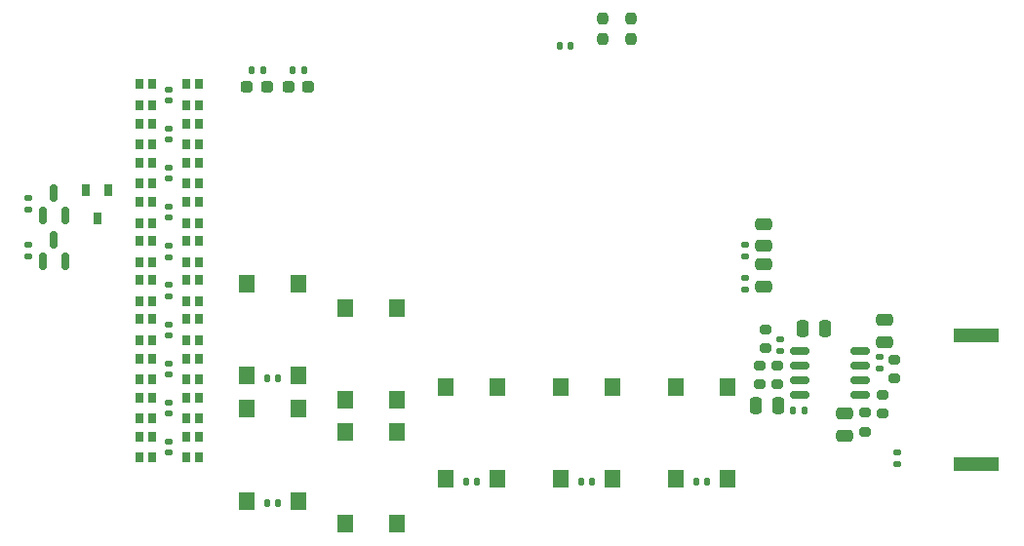
<source format=gbr>
%TF.GenerationSoftware,KiCad,Pcbnew,(6.0.11)*%
%TF.CreationDate,2024-02-29T08:25:03+09:00*%
%TF.ProjectId,Mother_UI,4d6f7468-6572-45f5-9549-2e6b69636164,rev?*%
%TF.SameCoordinates,Original*%
%TF.FileFunction,Paste,Top*%
%TF.FilePolarity,Positive*%
%FSLAX46Y46*%
G04 Gerber Fmt 4.6, Leading zero omitted, Abs format (unit mm)*
G04 Created by KiCad (PCBNEW (6.0.11)) date 2024-02-29 08:25:03*
%MOMM*%
%LPD*%
G01*
G04 APERTURE LIST*
G04 Aperture macros list*
%AMRoundRect*
0 Rectangle with rounded corners*
0 $1 Rounding radius*
0 $2 $3 $4 $5 $6 $7 $8 $9 X,Y pos of 4 corners*
0 Add a 4 corners polygon primitive as box body*
4,1,4,$2,$3,$4,$5,$6,$7,$8,$9,$2,$3,0*
0 Add four circle primitives for the rounded corners*
1,1,$1+$1,$2,$3*
1,1,$1+$1,$4,$5*
1,1,$1+$1,$6,$7*
1,1,$1+$1,$8,$9*
0 Add four rect primitives between the rounded corners*
20,1,$1+$1,$2,$3,$4,$5,0*
20,1,$1+$1,$4,$5,$6,$7,0*
20,1,$1+$1,$6,$7,$8,$9,0*
20,1,$1+$1,$8,$9,$2,$3,0*%
G04 Aperture macros list end*
%ADD10RoundRect,0.250000X-0.250000X-0.475000X0.250000X-0.475000X0.250000X0.475000X-0.250000X0.475000X0*%
%ADD11RoundRect,0.200000X-0.275000X0.200000X-0.275000X-0.200000X0.275000X-0.200000X0.275000X0.200000X0*%
%ADD12R,1.400000X1.600000*%
%ADD13RoundRect,0.140000X0.170000X-0.140000X0.170000X0.140000X-0.170000X0.140000X-0.170000X-0.140000X0*%
%ADD14R,4.000000X1.200000*%
%ADD15RoundRect,0.250000X-0.475000X0.250000X-0.475000X-0.250000X0.475000X-0.250000X0.475000X0.250000X0*%
%ADD16RoundRect,0.200000X0.275000X-0.200000X0.275000X0.200000X-0.275000X0.200000X-0.275000X-0.200000X0*%
%ADD17R,0.700000X0.900000*%
%ADD18RoundRect,0.135000X0.185000X-0.135000X0.185000X0.135000X-0.185000X0.135000X-0.185000X-0.135000X0*%
%ADD19RoundRect,0.135000X0.135000X0.185000X-0.135000X0.185000X-0.135000X-0.185000X0.135000X-0.185000X0*%
%ADD20RoundRect,0.140000X0.140000X0.170000X-0.140000X0.170000X-0.140000X-0.170000X0.140000X-0.170000X0*%
%ADD21RoundRect,0.140000X-0.140000X-0.170000X0.140000X-0.170000X0.140000X0.170000X-0.140000X0.170000X0*%
%ADD22RoundRect,0.250000X0.250000X0.475000X-0.250000X0.475000X-0.250000X-0.475000X0.250000X-0.475000X0*%
%ADD23RoundRect,0.237500X-0.287500X-0.237500X0.287500X-0.237500X0.287500X0.237500X-0.287500X0.237500X0*%
%ADD24RoundRect,0.135000X-0.135000X-0.185000X0.135000X-0.185000X0.135000X0.185000X-0.135000X0.185000X0*%
%ADD25RoundRect,0.237500X-0.237500X0.250000X-0.237500X-0.250000X0.237500X-0.250000X0.237500X0.250000X0*%
%ADD26RoundRect,0.150000X0.150000X-0.587500X0.150000X0.587500X-0.150000X0.587500X-0.150000X-0.587500X0*%
%ADD27RoundRect,0.237500X0.287500X0.237500X-0.287500X0.237500X-0.287500X-0.237500X0.287500X-0.237500X0*%
%ADD28R,0.700000X1.000000*%
%ADD29RoundRect,0.135000X-0.185000X0.135000X-0.185000X-0.135000X0.185000X-0.135000X0.185000X0.135000X0*%
%ADD30RoundRect,0.150000X0.675000X0.150000X-0.675000X0.150000X-0.675000X-0.150000X0.675000X-0.150000X0*%
G04 APERTURE END LIST*
D10*
%TO.C,C22*%
X146050000Y-108930000D03*
X147950000Y-108930000D03*
%TD*%
D11*
%TO.C,R16*%
X146330000Y-105465000D03*
X146330000Y-107115000D03*
%TD*%
D12*
%TO.C,SW8*%
X101850000Y-106350000D03*
X101850000Y-98350000D03*
X106350000Y-98350000D03*
X106350000Y-106350000D03*
%TD*%
D13*
%TO.C,C5*%
X95100000Y-106230000D03*
X95100000Y-105270000D03*
%TD*%
D14*
%TO.C,LS1*%
X165190000Y-114050000D03*
X165190000Y-102850000D03*
%TD*%
D15*
%TO.C,C16*%
X146730000Y-96680000D03*
X146730000Y-98580000D03*
%TD*%
D16*
%TO.C,R12*%
X158010000Y-106595000D03*
X158010000Y-104945000D03*
%TD*%
D17*
%TO.C,D3*%
X96550000Y-82865000D03*
X97650000Y-82865000D03*
X97650000Y-81035000D03*
X96550000Y-81035000D03*
%TD*%
D18*
%TO.C,R5*%
X145130000Y-95950000D03*
X145130000Y-94930000D03*
%TD*%
D13*
%TO.C,C3*%
X95100000Y-109630000D03*
X95100000Y-108670000D03*
%TD*%
D19*
%TO.C,R4*%
X106840000Y-79850000D03*
X105820000Y-79850000D03*
%TD*%
D12*
%TO.C,SW4*%
X129100000Y-107330000D03*
X129100000Y-115330000D03*
X133600000Y-115330000D03*
X133600000Y-107330000D03*
%TD*%
D17*
%TO.C,D18*%
X93650000Y-81035000D03*
X92550000Y-81035000D03*
X92550000Y-82865000D03*
X93650000Y-82865000D03*
%TD*%
D18*
%TO.C,R7*%
X82850000Y-95960000D03*
X82850000Y-94940000D03*
%TD*%
D20*
%TO.C,C14*%
X141830000Y-115580000D03*
X140870000Y-115580000D03*
%TD*%
D17*
%TO.C,D16*%
X96550000Y-110065000D03*
X97650000Y-110065000D03*
X97650000Y-108235000D03*
X96550000Y-108235000D03*
%TD*%
D21*
%TO.C,C20*%
X103620000Y-117400000D03*
X104580000Y-117400000D03*
%TD*%
D17*
%TO.C,D8*%
X96550000Y-103265000D03*
X97650000Y-103265000D03*
X97650000Y-101435000D03*
X96550000Y-101435000D03*
%TD*%
D15*
%TO.C,C21*%
X153710000Y-109650000D03*
X153710000Y-111550000D03*
%TD*%
D18*
%TO.C,R6*%
X145140000Y-98890000D03*
X145140000Y-97870000D03*
%TD*%
D16*
%TO.C,R11*%
X157030000Y-109635000D03*
X157030000Y-107985000D03*
%TD*%
D22*
%TO.C,C19*%
X152019999Y-102260000D03*
X150119999Y-102260000D03*
%TD*%
D13*
%TO.C,C7*%
X95100000Y-102830000D03*
X95100000Y-101870000D03*
%TD*%
D17*
%TO.C,D10*%
X93650000Y-87835000D03*
X92550000Y-87835000D03*
X92550000Y-89665000D03*
X93650000Y-89665000D03*
%TD*%
D18*
%TO.C,R8*%
X82850000Y-91960000D03*
X82850000Y-90940000D03*
%TD*%
D17*
%TO.C,D19*%
X96550000Y-96465000D03*
X97650000Y-96465000D03*
X97650000Y-94635000D03*
X96550000Y-94635000D03*
%TD*%
D20*
%TO.C,C12*%
X131830000Y-115580000D03*
X130870000Y-115580000D03*
%TD*%
D12*
%TO.C,SW11*%
X101850000Y-117200000D03*
X101850000Y-109200000D03*
X106350000Y-117200000D03*
X106350000Y-109200000D03*
%TD*%
D13*
%TO.C,C1*%
X95100000Y-113030000D03*
X95100000Y-112070000D03*
%TD*%
D11*
%TO.C,R15*%
X155490000Y-109565000D03*
X155490000Y-111215000D03*
%TD*%
D15*
%TO.C,C15*%
X146740000Y-93170000D03*
X146740000Y-95070000D03*
%TD*%
D23*
%TO.C,D22*%
X105455000Y-81250000D03*
X107205000Y-81250000D03*
%TD*%
D24*
%TO.C,R3*%
X102220000Y-79850000D03*
X103240000Y-79850000D03*
%TD*%
D13*
%TO.C,C10*%
X95100000Y-82430000D03*
X95100000Y-81470000D03*
%TD*%
D18*
%TO.C,R9*%
X156740000Y-105730000D03*
X156740000Y-104710000D03*
%TD*%
D13*
%TO.C,C2*%
X95100000Y-96030000D03*
X95100000Y-95070000D03*
%TD*%
D17*
%TO.C,D11*%
X96550000Y-89665000D03*
X97650000Y-89665000D03*
X97650000Y-87835000D03*
X96550000Y-87835000D03*
%TD*%
%TO.C,D2*%
X93650000Y-94635000D03*
X92550000Y-94635000D03*
X92550000Y-96465000D03*
X93650000Y-96465000D03*
%TD*%
D25*
%TO.C,R2*%
X135150000Y-75287500D03*
X135150000Y-77112500D03*
%TD*%
D12*
%TO.C,SW6*%
X139100000Y-115330000D03*
X139100000Y-107330000D03*
X143600000Y-107330000D03*
X143600000Y-115330000D03*
%TD*%
D17*
%TO.C,D12*%
X96550000Y-106665000D03*
X97650000Y-106665000D03*
X97650000Y-104835000D03*
X96550000Y-104835000D03*
%TD*%
%TO.C,D17*%
X93650000Y-98035000D03*
X92550000Y-98035000D03*
X92550000Y-99865000D03*
X93650000Y-99865000D03*
%TD*%
%TO.C,D13*%
X93650000Y-101435000D03*
X92550000Y-101435000D03*
X92550000Y-103265000D03*
X93650000Y-103265000D03*
%TD*%
D13*
%TO.C,C6*%
X95100000Y-89230000D03*
X95100000Y-88270000D03*
%TD*%
D17*
%TO.C,D6*%
X93650000Y-91235000D03*
X92550000Y-91235000D03*
X92550000Y-93065000D03*
X93650000Y-93065000D03*
%TD*%
%TO.C,D4*%
X96550000Y-99865000D03*
X97650000Y-99865000D03*
X97650000Y-98035000D03*
X96550000Y-98035000D03*
%TD*%
D21*
%TO.C,C17*%
X103620000Y-106550000D03*
X104580000Y-106550000D03*
%TD*%
D26*
%TO.C,Q1*%
X84150000Y-96387500D03*
X86050000Y-96387500D03*
X85100000Y-94512500D03*
%TD*%
D12*
%TO.C,SW3*%
X119100000Y-107330000D03*
X119100000Y-115330000D03*
X123600000Y-107330000D03*
X123600000Y-115330000D03*
%TD*%
D18*
%TO.C,R17*%
X158310000Y-114030000D03*
X158310000Y-113010000D03*
%TD*%
D17*
%TO.C,D7*%
X96550000Y-86265000D03*
X97650000Y-86265000D03*
X97650000Y-84435000D03*
X96550000Y-84435000D03*
%TD*%
D15*
%TO.C,C18*%
X157240000Y-101530000D03*
X157240000Y-103430000D03*
%TD*%
D16*
%TO.C,R14*%
X146870000Y-103975000D03*
X146870000Y-102325000D03*
%TD*%
D27*
%TO.C,D21*%
X103605000Y-81250000D03*
X101855000Y-81250000D03*
%TD*%
D28*
%TO.C,Q2*%
X89800000Y-90250000D03*
X87900000Y-90250000D03*
X88850000Y-92650000D03*
%TD*%
D13*
%TO.C,C8*%
X95100000Y-85830000D03*
X95100000Y-84870000D03*
%TD*%
%TO.C,C4*%
X95100000Y-92630000D03*
X95100000Y-91670000D03*
%TD*%
%TO.C,C9*%
X95100000Y-99430000D03*
X95100000Y-98470000D03*
%TD*%
D17*
%TO.C,D5*%
X93650000Y-108235000D03*
X92550000Y-108235000D03*
X92550000Y-110065000D03*
X93650000Y-110065000D03*
%TD*%
D26*
%TO.C,Q3*%
X84150000Y-92387500D03*
X86050000Y-92387500D03*
X85100000Y-90512500D03*
%TD*%
D17*
%TO.C,D20*%
X96550000Y-113465000D03*
X97650000Y-113465000D03*
X97650000Y-111635000D03*
X96550000Y-111635000D03*
%TD*%
D29*
%TO.C,R10*%
X148160000Y-103160000D03*
X148160000Y-104180000D03*
%TD*%
D17*
%TO.C,D1*%
X93650000Y-111635000D03*
X92550000Y-111635000D03*
X92550000Y-113465000D03*
X93650000Y-113465000D03*
%TD*%
D12*
%TO.C,SW10*%
X110350000Y-111200000D03*
X110350000Y-119200000D03*
X114850000Y-119200000D03*
X114850000Y-111200000D03*
%TD*%
D24*
%TO.C,R18*%
X149210000Y-109380000D03*
X150230000Y-109380000D03*
%TD*%
D20*
%TO.C,C11*%
X121830000Y-115580000D03*
X120870000Y-115580000D03*
%TD*%
D25*
%TO.C,R1*%
X132750000Y-75287500D03*
X132750000Y-77112500D03*
%TD*%
D12*
%TO.C,SW9*%
X110350000Y-100450000D03*
X110350000Y-108450000D03*
X114850000Y-100450000D03*
X114850000Y-108450000D03*
%TD*%
D17*
%TO.C,D9*%
X93650000Y-104835000D03*
X92550000Y-104835000D03*
X92550000Y-106665000D03*
X93650000Y-106665000D03*
%TD*%
%TO.C,D14*%
X93650000Y-84435000D03*
X92550000Y-84435000D03*
X92550000Y-86265000D03*
X93650000Y-86265000D03*
%TD*%
%TO.C,D15*%
X96550000Y-93065000D03*
X97650000Y-93065000D03*
X97650000Y-91235000D03*
X96550000Y-91235000D03*
%TD*%
D20*
%TO.C,C13*%
X129960000Y-77700000D03*
X129000000Y-77700000D03*
%TD*%
D30*
%TO.C,U2*%
X155115000Y-108005000D03*
X155115000Y-106735000D03*
X155115000Y-105465000D03*
X155115000Y-104195000D03*
X149865000Y-104195000D03*
X149865000Y-105465000D03*
X149865000Y-106735000D03*
X149865000Y-108005000D03*
%TD*%
D16*
%TO.C,R13*%
X147930000Y-107075000D03*
X147930000Y-105425000D03*
%TD*%
M02*

</source>
